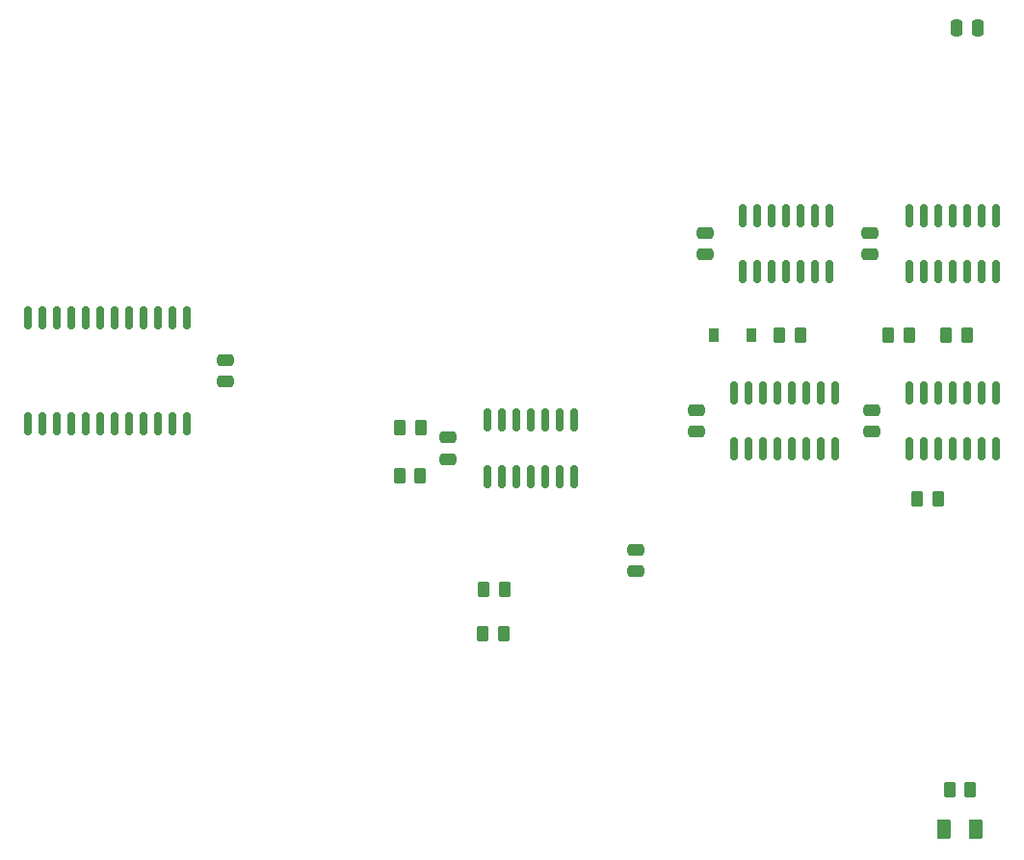
<source format=gbr>
%TF.GenerationSoftware,KiCad,Pcbnew,7.0.7*%
%TF.CreationDate,2023-10-18T23:04:21+01:00*%
%TF.ProjectId,CPC464-2MINIRS232C,43504334-3634-42d3-924d-494e49525332,rev?*%
%TF.SameCoordinates,Original*%
%TF.FileFunction,Paste,Top*%
%TF.FilePolarity,Positive*%
%FSLAX46Y46*%
G04 Gerber Fmt 4.6, Leading zero omitted, Abs format (unit mm)*
G04 Created by KiCad (PCBNEW 7.0.7) date 2023-10-18 23:04:21*
%MOMM*%
%LPD*%
G01*
G04 APERTURE LIST*
G04 Aperture macros list*
%AMRoundRect*
0 Rectangle with rounded corners*
0 $1 Rounding radius*
0 $2 $3 $4 $5 $6 $7 $8 $9 X,Y pos of 4 corners*
0 Add a 4 corners polygon primitive as box body*
4,1,4,$2,$3,$4,$5,$6,$7,$8,$9,$2,$3,0*
0 Add four circle primitives for the rounded corners*
1,1,$1+$1,$2,$3*
1,1,$1+$1,$4,$5*
1,1,$1+$1,$6,$7*
1,1,$1+$1,$8,$9*
0 Add four rect primitives between the rounded corners*
20,1,$1+$1,$2,$3,$4,$5,0*
20,1,$1+$1,$4,$5,$6,$7,0*
20,1,$1+$1,$6,$7,$8,$9,0*
20,1,$1+$1,$8,$9,$2,$3,0*%
G04 Aperture macros list end*
%ADD10RoundRect,0.250000X0.262500X0.450000X-0.262500X0.450000X-0.262500X-0.450000X0.262500X-0.450000X0*%
%ADD11R,0.900000X1.200000*%
%ADD12RoundRect,0.250000X-0.475000X0.250000X-0.475000X-0.250000X0.475000X-0.250000X0.475000X0.250000X0*%
%ADD13RoundRect,0.150000X0.150000X-0.825000X0.150000X0.825000X-0.150000X0.825000X-0.150000X-0.825000X0*%
%ADD14RoundRect,0.250000X-0.262500X-0.450000X0.262500X-0.450000X0.262500X0.450000X-0.262500X0.450000X0*%
%ADD15RoundRect,0.250000X-0.250000X-0.475000X0.250000X-0.475000X0.250000X0.475000X-0.250000X0.475000X0*%
%ADD16RoundRect,0.150000X0.150000X-0.875000X0.150000X0.875000X-0.150000X0.875000X-0.150000X-0.875000X0*%
%ADD17RoundRect,0.250000X-0.375000X-0.625000X0.375000X-0.625000X0.375000X0.625000X-0.375000X0.625000X0*%
G04 APERTURE END LIST*
D10*
%TO.C,R508*%
X73862500Y-102700000D03*
X72037500Y-102700000D03*
%TD*%
D11*
%TO.C,D501*%
X92400000Y-76450000D03*
X95700000Y-76450000D03*
%TD*%
D12*
%TO.C,C505*%
X106285000Y-83025000D03*
X106285000Y-84925000D03*
%TD*%
D13*
%TO.C,IC508*%
X72500000Y-83950000D03*
X73770000Y-83950000D03*
X75040000Y-83950000D03*
X76310000Y-83950000D03*
X77580000Y-83950000D03*
X78850000Y-83950000D03*
X80120000Y-83950000D03*
X80120000Y-88900000D03*
X78850000Y-88900000D03*
X77580000Y-88900000D03*
X76310000Y-88900000D03*
X75040000Y-88900000D03*
X73770000Y-88900000D03*
X72500000Y-88900000D03*
%TD*%
D14*
%TO.C,R501*%
X107712500Y-76450000D03*
X109537500Y-76450000D03*
%TD*%
D12*
%TO.C,C503*%
X106050000Y-67475000D03*
X106050000Y-69375000D03*
%TD*%
D13*
%TO.C,IC502*%
X94130000Y-86450000D03*
X95400000Y-86450000D03*
X96670000Y-86450000D03*
X97940000Y-86450000D03*
X99210000Y-86450000D03*
X100480000Y-86450000D03*
X101750000Y-86450000D03*
X103020000Y-86450000D03*
X103020000Y-81500000D03*
X101750000Y-81500000D03*
X100480000Y-81500000D03*
X99210000Y-81500000D03*
X97940000Y-81500000D03*
X96670000Y-81500000D03*
X95400000Y-81500000D03*
X94130000Y-81500000D03*
%TD*%
D10*
%TO.C,R1050*%
X114912500Y-116450000D03*
X113087500Y-116450000D03*
%TD*%
D14*
%TO.C,R504*%
X112787500Y-76450000D03*
X114612500Y-76450000D03*
%TD*%
D10*
%TO.C,R507*%
X73962500Y-98850000D03*
X72137500Y-98850000D03*
%TD*%
D12*
%TO.C,C504*%
X90860000Y-83025000D03*
X90860000Y-84925000D03*
%TD*%
D14*
%TO.C,R505*%
X98112500Y-76450000D03*
X99937500Y-76450000D03*
%TD*%
D12*
%TO.C,C506*%
X85470000Y-95340000D03*
X85470000Y-97240000D03*
%TD*%
%TO.C,C508*%
X49400000Y-78650000D03*
X49400000Y-80550000D03*
%TD*%
D14*
%TO.C,R503*%
X64800000Y-84625000D03*
X66625000Y-84625000D03*
%TD*%
D12*
%TO.C,C507*%
X69000000Y-85475000D03*
X69000000Y-87375000D03*
%TD*%
%TO.C,C502*%
X91625000Y-67475000D03*
X91625000Y-69375000D03*
%TD*%
D14*
%TO.C,R502*%
X110262500Y-90850000D03*
X112087500Y-90850000D03*
%TD*%
D13*
%TO.C,IC503*%
X109555000Y-70900000D03*
X110825000Y-70900000D03*
X112095000Y-70900000D03*
X113365000Y-70900000D03*
X114635000Y-70900000D03*
X115905000Y-70900000D03*
X117175000Y-70900000D03*
X117175000Y-65950000D03*
X115905000Y-65950000D03*
X114635000Y-65950000D03*
X113365000Y-65950000D03*
X112095000Y-65950000D03*
X110825000Y-65950000D03*
X109555000Y-65950000D03*
%TD*%
D15*
%TO.C,C1050*%
X113700000Y-49475800D03*
X115600000Y-49475800D03*
%TD*%
D13*
%TO.C,IC506*%
X109555000Y-86450000D03*
X110825000Y-86450000D03*
X112095000Y-86450000D03*
X113365000Y-86450000D03*
X114635000Y-86450000D03*
X115905000Y-86450000D03*
X117175000Y-86450000D03*
X117175000Y-81500000D03*
X115905000Y-81500000D03*
X114635000Y-81500000D03*
X113365000Y-81500000D03*
X112095000Y-81500000D03*
X110825000Y-81500000D03*
X109555000Y-81500000D03*
%TD*%
D16*
%TO.C,IC510*%
X32065000Y-84250000D03*
X33335000Y-84250000D03*
X34605000Y-84250000D03*
X35875000Y-84250000D03*
X37145000Y-84250000D03*
X38415000Y-84250000D03*
X39685000Y-84250000D03*
X40955000Y-84250000D03*
X42225000Y-84250000D03*
X43495000Y-84250000D03*
X44765000Y-84250000D03*
X46035000Y-84250000D03*
X46035000Y-74950000D03*
X44765000Y-74950000D03*
X43495000Y-74950000D03*
X42225000Y-74950000D03*
X40955000Y-74950000D03*
X39685000Y-74950000D03*
X38415000Y-74950000D03*
X37145000Y-74950000D03*
X35875000Y-74950000D03*
X34605000Y-74950000D03*
X33335000Y-74950000D03*
X32065000Y-74950000D03*
%TD*%
D13*
%TO.C,IC507*%
X94860000Y-70900000D03*
X96130000Y-70900000D03*
X97400000Y-70900000D03*
X98670000Y-70900000D03*
X99940000Y-70900000D03*
X101210000Y-70900000D03*
X102480000Y-70900000D03*
X102480000Y-65950000D03*
X101210000Y-65950000D03*
X99940000Y-65950000D03*
X98670000Y-65950000D03*
X97400000Y-65950000D03*
X96130000Y-65950000D03*
X94860000Y-65950000D03*
%TD*%
D14*
%TO.C,R506*%
X64737500Y-88825000D03*
X66562500Y-88825000D03*
%TD*%
D17*
%TO.C,D1050*%
X112600000Y-119925000D03*
X115400000Y-119925000D03*
%TD*%
M02*

</source>
